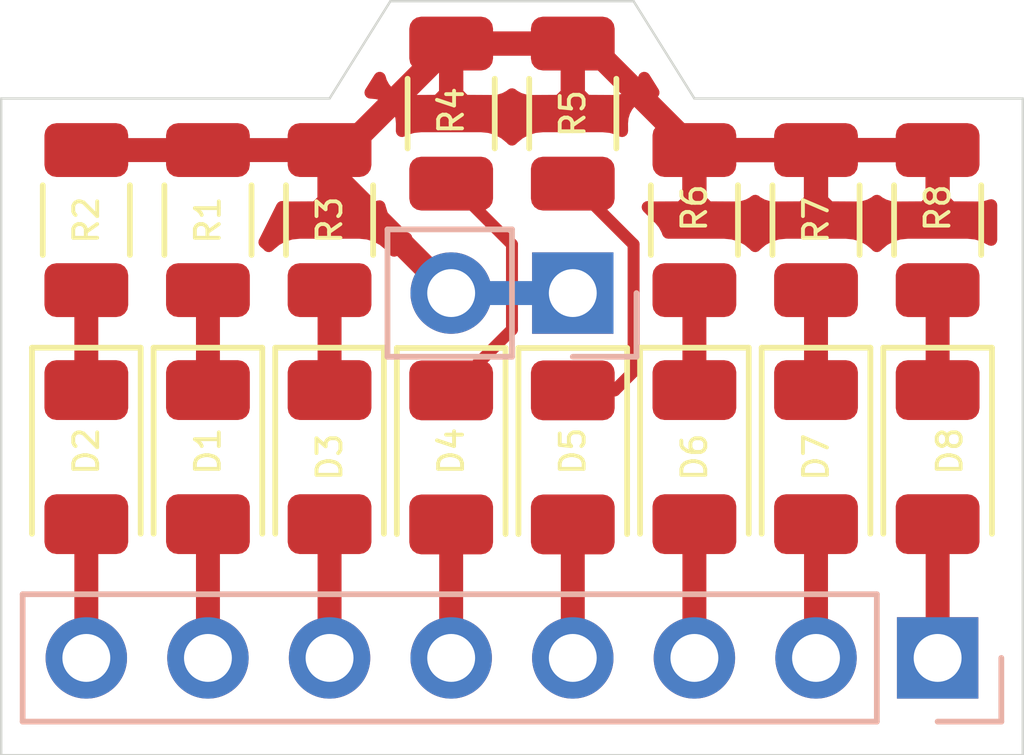
<source format=kicad_pcb>
(kicad_pcb (version 20171130) (host pcbnew "(5.1.10-1-10_14)")

  (general
    (thickness 1.6)
    (drawings 9)
    (tracks 32)
    (zones 0)
    (modules 18)
    (nets 18)
  )

  (page A4)
  (layers
    (0 F.Cu signal)
    (31 B.Cu signal)
    (32 B.Adhes user)
    (33 F.Adhes user)
    (34 B.Paste user)
    (35 F.Paste user)
    (36 B.SilkS user)
    (37 F.SilkS user)
    (38 B.Mask user)
    (39 F.Mask user)
    (40 Dwgs.User user)
    (41 Cmts.User user)
    (42 Eco1.User user)
    (43 Eco2.User user)
    (44 Edge.Cuts user)
    (45 Margin user)
    (46 B.CrtYd user)
    (47 F.CrtYd user)
    (48 B.Fab user)
    (49 F.Fab user hide)
  )

  (setup
    (last_trace_width 0.5)
    (user_trace_width 0.5)
    (trace_clearance 0.2)
    (zone_clearance 0.508)
    (zone_45_only no)
    (trace_min 0.2)
    (via_size 0.8)
    (via_drill 0.4)
    (via_min_size 0.4)
    (via_min_drill 0.3)
    (uvia_size 0.3)
    (uvia_drill 0.1)
    (uvias_allowed no)
    (uvia_min_size 0.2)
    (uvia_min_drill 0.1)
    (edge_width 0.05)
    (segment_width 0.2)
    (pcb_text_width 0.3)
    (pcb_text_size 1.5 1.5)
    (mod_edge_width 0.12)
    (mod_text_size 1 1)
    (mod_text_width 0.15)
    (pad_size 1.524 1.524)
    (pad_drill 0.762)
    (pad_to_mask_clearance 0)
    (aux_axis_origin 0 0)
    (visible_elements FFFFFF7F)
    (pcbplotparams
      (layerselection 0x010fc_ffffffff)
      (usegerberextensions false)
      (usegerberattributes true)
      (usegerberadvancedattributes true)
      (creategerberjobfile true)
      (excludeedgelayer true)
      (linewidth 0.100000)
      (plotframeref false)
      (viasonmask false)
      (mode 1)
      (useauxorigin false)
      (hpglpennumber 1)
      (hpglpenspeed 20)
      (hpglpendiameter 15.000000)
      (psnegative false)
      (psa4output false)
      (plotreference true)
      (plotvalue true)
      (plotinvisibletext false)
      (padsonsilk false)
      (subtractmaskfromsilk false)
      (outputformat 1)
      (mirror false)
      (drillshape 0)
      (scaleselection 1)
      (outputdirectory "gerber"))
  )

  (net 0 "")
  (net 1 "Net-(D1-Pad2)")
  (net 2 "Net-(D1-Pad1)")
  (net 3 "Net-(D2-Pad2)")
  (net 4 "Net-(D2-Pad1)")
  (net 5 "Net-(D3-Pad2)")
  (net 6 "Net-(D3-Pad1)")
  (net 7 "Net-(D4-Pad2)")
  (net 8 "Net-(D4-Pad1)")
  (net 9 "Net-(D5-Pad2)")
  (net 10 "Net-(D5-Pad1)")
  (net 11 "Net-(D6-Pad2)")
  (net 12 "Net-(D6-Pad1)")
  (net 13 "Net-(D7-Pad2)")
  (net 14 "Net-(D7-Pad1)")
  (net 15 "Net-(D8-Pad2)")
  (net 16 "Net-(D8-Pad1)")
  (net 17 GND)

  (net_class Default "This is the default net class."
    (clearance 0.2)
    (trace_width 0.25)
    (via_dia 0.8)
    (via_drill 0.4)
    (uvia_dia 0.3)
    (uvia_drill 0.1)
    (add_net GND)
    (add_net "Net-(D1-Pad1)")
    (add_net "Net-(D1-Pad2)")
    (add_net "Net-(D2-Pad1)")
    (add_net "Net-(D2-Pad2)")
    (add_net "Net-(D3-Pad1)")
    (add_net "Net-(D3-Pad2)")
    (add_net "Net-(D4-Pad1)")
    (add_net "Net-(D4-Pad2)")
    (add_net "Net-(D5-Pad1)")
    (add_net "Net-(D5-Pad2)")
    (add_net "Net-(D6-Pad1)")
    (add_net "Net-(D6-Pad2)")
    (add_net "Net-(D7-Pad1)")
    (add_net "Net-(D7-Pad2)")
    (add_net "Net-(D8-Pad1)")
    (add_net "Net-(D8-Pad2)")
  )

  (module Connector_PinHeader_2.54mm:PinHeader_1x02_P2.54mm_Vertical (layer B.Cu) (tedit 59FED5CC) (tstamp 613F53F5)
    (at 174.752 81.28 90)
    (descr "Through hole straight pin header, 1x02, 2.54mm pitch, single row")
    (tags "Through hole pin header THT 1x02 2.54mm single row")
    (path /61D1BC5D)
    (fp_text reference J2 (at 0 2.33 -90) (layer B.SilkS) hide
      (effects (font (size 0.5 0.5) (thickness 0.08)) (justify mirror))
    )
    (fp_text value Conn_01x02_Male (at 0 -4.87 -90) (layer B.Fab) hide
      (effects (font (size 0.5 0.5) (thickness 0.08)) (justify mirror))
    )
    (fp_line (start 1.8 1.8) (end -1.8 1.8) (layer B.CrtYd) (width 0.05))
    (fp_line (start 1.8 -4.35) (end 1.8 1.8) (layer B.CrtYd) (width 0.05))
    (fp_line (start -1.8 -4.35) (end 1.8 -4.35) (layer B.CrtYd) (width 0.05))
    (fp_line (start -1.8 1.8) (end -1.8 -4.35) (layer B.CrtYd) (width 0.05))
    (fp_line (start -1.33 1.33) (end 0 1.33) (layer B.SilkS) (width 0.12))
    (fp_line (start -1.33 0) (end -1.33 1.33) (layer B.SilkS) (width 0.12))
    (fp_line (start -1.33 -1.27) (end 1.33 -1.27) (layer B.SilkS) (width 0.12))
    (fp_line (start 1.33 -1.27) (end 1.33 -3.87) (layer B.SilkS) (width 0.12))
    (fp_line (start -1.33 -1.27) (end -1.33 -3.87) (layer B.SilkS) (width 0.12))
    (fp_line (start -1.33 -3.87) (end 1.33 -3.87) (layer B.SilkS) (width 0.12))
    (fp_line (start -1.27 0.635) (end -0.635 1.27) (layer B.Fab) (width 0.1))
    (fp_line (start -1.27 -3.81) (end -1.27 0.635) (layer B.Fab) (width 0.1))
    (fp_line (start 1.27 -3.81) (end -1.27 -3.81) (layer B.Fab) (width 0.1))
    (fp_line (start 1.27 1.27) (end 1.27 -3.81) (layer B.Fab) (width 0.1))
    (fp_line (start -0.635 1.27) (end 1.27 1.27) (layer B.Fab) (width 0.1))
    (fp_text user %R (at 0 -1.27) (layer B.Fab) hide
      (effects (font (size 0.5 0.5) (thickness 0.08)) (justify mirror))
    )
    (pad 2 thru_hole oval (at 0 -2.54 90) (size 1.7 1.7) (drill 1) (layers *.Cu *.Mask)
      (net 17 GND))
    (pad 1 thru_hole rect (at 0 0 90) (size 1.7 1.7) (drill 1) (layers *.Cu *.Mask)
      (net 17 GND))
    (model ${KISYS3DMOD}/Connector_PinHeader_2.54mm.3dshapes/PinHeader_1x02_P2.54mm_Vertical.wrl
      (at (xyz 0 0 0))
      (scale (xyz 1 1 1))
      (rotate (xyz 0 0 0))
    )
  )

  (module Resistor_SMD:R_1206_3216Metric (layer F.Cu) (tedit 5F68FEEE) (tstamp 613BEA00)
    (at 164.592 79.756 90)
    (descr "Resistor SMD 1206 (3216 Metric), square (rectangular) end terminal, IPC_7351 nominal, (Body size source: IPC-SM-782 page 72, https://www.pcb-3d.com/wordpress/wp-content/uploads/ipc-sm-782a_amendment_1_and_2.pdf), generated with kicad-footprint-generator")
    (tags resistor)
    (path /61D0922E)
    (attr smd)
    (fp_text reference R2 (at 0 0 90) (layer F.SilkS)
      (effects (font (size 0.5 0.5) (thickness 0.08)))
    )
    (fp_text value 0402WGF1001TCE (at 0 1.82 90) (layer F.Fab)
      (effects (font (size 0.5 0.5) (thickness 0.08)))
    )
    (fp_text user %R (at 0 0 90) (layer F.Fab)
      (effects (font (size 0.5 0.5) (thickness 0.08)))
    )
    (fp_line (start -1.6 0.8) (end -1.6 -0.8) (layer F.Fab) (width 0.1))
    (fp_line (start -1.6 -0.8) (end 1.6 -0.8) (layer F.Fab) (width 0.1))
    (fp_line (start 1.6 -0.8) (end 1.6 0.8) (layer F.Fab) (width 0.1))
    (fp_line (start 1.6 0.8) (end -1.6 0.8) (layer F.Fab) (width 0.1))
    (fp_line (start -0.727064 -0.91) (end 0.727064 -0.91) (layer F.SilkS) (width 0.12))
    (fp_line (start -0.727064 0.91) (end 0.727064 0.91) (layer F.SilkS) (width 0.12))
    (fp_line (start -2.28 1.12) (end -2.28 -1.12) (layer F.CrtYd) (width 0.05))
    (fp_line (start -2.28 -1.12) (end 2.28 -1.12) (layer F.CrtYd) (width 0.05))
    (fp_line (start 2.28 -1.12) (end 2.28 1.12) (layer F.CrtYd) (width 0.05))
    (fp_line (start 2.28 1.12) (end -2.28 1.12) (layer F.CrtYd) (width 0.05))
    (pad 2 smd roundrect (at 1.4625 0 90) (size 1.125 1.75) (layers F.Cu F.Paste F.Mask) (roundrect_rratio 0.2222213333333333)
      (net 17 GND))
    (pad 1 smd roundrect (at -1.4625 0 90) (size 1.125 1.75) (layers F.Cu F.Paste F.Mask) (roundrect_rratio 0.2222213333333333)
      (net 4 "Net-(D2-Pad1)"))
    (model ${KISYS3DMOD}/Resistor_SMD.3dshapes/R_1206_3216Metric.wrl
      (at (xyz 0 0 0))
      (scale (xyz 1 1 1))
      (rotate (xyz 0 0 0))
    )
  )

  (module LED_SMD:LED_1206_3216Metric (layer F.Cu) (tedit 5F68FEF1) (tstamp 613BE897)
    (at 164.592 84.706 270)
    (descr "LED SMD 1206 (3216 Metric), square (rectangular) end terminal, IPC_7351 nominal, (Body size source: http://www.tortai-tech.com/upload/download/2011102023233369053.pdf), generated with kicad-footprint-generator")
    (tags LED)
    (path /61D09221)
    (attr smd)
    (fp_text reference D2 (at -0.124 0 90) (layer F.SilkS)
      (effects (font (size 0.5 0.5) (thickness 0.08)))
    )
    (fp_text value 19-217/GHC-YR1S2/3T (at 0 1.82 90) (layer F.Fab)
      (effects (font (size 0.5 0.5) (thickness 0.08)))
    )
    (fp_text user %R (at 0 0 90) (layer F.Fab)
      (effects (font (size 0.5 0.5) (thickness 0.08)))
    )
    (fp_line (start 1.6 -0.8) (end -1.2 -0.8) (layer F.Fab) (width 0.1))
    (fp_line (start -1.2 -0.8) (end -1.6 -0.4) (layer F.Fab) (width 0.1))
    (fp_line (start -1.6 -0.4) (end -1.6 0.8) (layer F.Fab) (width 0.1))
    (fp_line (start -1.6 0.8) (end 1.6 0.8) (layer F.Fab) (width 0.1))
    (fp_line (start 1.6 0.8) (end 1.6 -0.8) (layer F.Fab) (width 0.1))
    (fp_line (start 1.6 -1.135) (end -2.285 -1.135) (layer F.SilkS) (width 0.12))
    (fp_line (start -2.285 -1.135) (end -2.285 1.135) (layer F.SilkS) (width 0.12))
    (fp_line (start -2.285 1.135) (end 1.6 1.135) (layer F.SilkS) (width 0.12))
    (fp_line (start -2.28 1.12) (end -2.28 -1.12) (layer F.CrtYd) (width 0.05))
    (fp_line (start -2.28 -1.12) (end 2.28 -1.12) (layer F.CrtYd) (width 0.05))
    (fp_line (start 2.28 -1.12) (end 2.28 1.12) (layer F.CrtYd) (width 0.05))
    (fp_line (start 2.28 1.12) (end -2.28 1.12) (layer F.CrtYd) (width 0.05))
    (pad 2 smd roundrect (at 1.4 0 270) (size 1.25 1.75) (layers F.Cu F.Paste F.Mask) (roundrect_rratio 0.2)
      (net 3 "Net-(D2-Pad2)"))
    (pad 1 smd roundrect (at -1.4 0 270) (size 1.25 1.75) (layers F.Cu F.Paste F.Mask) (roundrect_rratio 0.2)
      (net 4 "Net-(D2-Pad1)"))
    (model ${KISYS3DMOD}/LED_SMD.3dshapes/LED_1206_3216Metric.wrl
      (at (xyz 0 0 0))
      (scale (xyz 1 1 1))
      (rotate (xyz 0 0 0))
    )
  )

  (module Resistor_SMD:R_1206_3216Metric (layer F.Cu) (tedit 5F68FEEE) (tstamp 613BDFFF)
    (at 182.372 79.756 90)
    (descr "Resistor SMD 1206 (3216 Metric), square (rectangular) end terminal, IPC_7351 nominal, (Body size source: IPC-SM-782 page 72, https://www.pcb-3d.com/wordpress/wp-content/uploads/ipc-sm-782a_amendment_1_and_2.pdf), generated with kicad-footprint-generator")
    (tags resistor)
    (path /613C8ECC)
    (attr smd)
    (fp_text reference R8 (at 0.254 0 90) (layer F.SilkS)
      (effects (font (size 0.5 0.5) (thickness 0.08)))
    )
    (fp_text value 0402WGF1001TCE (at 0 1.82 90) (layer F.Fab)
      (effects (font (size 0.5 0.5) (thickness 0.08)))
    )
    (fp_text user %R (at 0 0 90) (layer F.Fab)
      (effects (font (size 0.5 0.5) (thickness 0.08)))
    )
    (fp_line (start -1.6 0.8) (end -1.6 -0.8) (layer F.Fab) (width 0.1))
    (fp_line (start -1.6 -0.8) (end 1.6 -0.8) (layer F.Fab) (width 0.1))
    (fp_line (start 1.6 -0.8) (end 1.6 0.8) (layer F.Fab) (width 0.1))
    (fp_line (start 1.6 0.8) (end -1.6 0.8) (layer F.Fab) (width 0.1))
    (fp_line (start -0.727064 -0.91) (end 0.727064 -0.91) (layer F.SilkS) (width 0.12))
    (fp_line (start -0.727064 0.91) (end 0.727064 0.91) (layer F.SilkS) (width 0.12))
    (fp_line (start -2.28 1.12) (end -2.28 -1.12) (layer F.CrtYd) (width 0.05))
    (fp_line (start -2.28 -1.12) (end 2.28 -1.12) (layer F.CrtYd) (width 0.05))
    (fp_line (start 2.28 -1.12) (end 2.28 1.12) (layer F.CrtYd) (width 0.05))
    (fp_line (start 2.28 1.12) (end -2.28 1.12) (layer F.CrtYd) (width 0.05))
    (pad 2 smd roundrect (at 1.4625 0 90) (size 1.125 1.75) (layers F.Cu F.Paste F.Mask) (roundrect_rratio 0.2222213333333333)
      (net 17 GND))
    (pad 1 smd roundrect (at -1.4625 0 90) (size 1.125 1.75) (layers F.Cu F.Paste F.Mask) (roundrect_rratio 0.2222213333333333)
      (net 16 "Net-(D8-Pad1)"))
    (model ${KISYS3DMOD}/Resistor_SMD.3dshapes/R_1206_3216Metric.wrl
      (at (xyz 0 0 0))
      (scale (xyz 1 1 1))
      (rotate (xyz 0 0 0))
    )
  )

  (module Resistor_SMD:R_1206_3216Metric (layer F.Cu) (tedit 5F68FEEE) (tstamp 613BDFEE)
    (at 179.832 79.756 90)
    (descr "Resistor SMD 1206 (3216 Metric), square (rectangular) end terminal, IPC_7351 nominal, (Body size source: IPC-SM-782 page 72, https://www.pcb-3d.com/wordpress/wp-content/uploads/ipc-sm-782a_amendment_1_and_2.pdf), generated with kicad-footprint-generator")
    (tags resistor)
    (path /613C8CBD)
    (attr smd)
    (fp_text reference R7 (at 0 0 90) (layer F.SilkS)
      (effects (font (size 0.5 0.5) (thickness 0.08)))
    )
    (fp_text value 0402WGF1001TCE (at 0 1.82 90) (layer F.Fab)
      (effects (font (size 0.5 0.5) (thickness 0.08)))
    )
    (fp_text user %R (at 0 0 90) (layer F.Fab)
      (effects (font (size 0.5 0.5) (thickness 0.08)))
    )
    (fp_line (start -1.6 0.8) (end -1.6 -0.8) (layer F.Fab) (width 0.1))
    (fp_line (start -1.6 -0.8) (end 1.6 -0.8) (layer F.Fab) (width 0.1))
    (fp_line (start 1.6 -0.8) (end 1.6 0.8) (layer F.Fab) (width 0.1))
    (fp_line (start 1.6 0.8) (end -1.6 0.8) (layer F.Fab) (width 0.1))
    (fp_line (start -0.727064 -0.91) (end 0.727064 -0.91) (layer F.SilkS) (width 0.12))
    (fp_line (start -0.727064 0.91) (end 0.727064 0.91) (layer F.SilkS) (width 0.12))
    (fp_line (start -2.28 1.12) (end -2.28 -1.12) (layer F.CrtYd) (width 0.05))
    (fp_line (start -2.28 -1.12) (end 2.28 -1.12) (layer F.CrtYd) (width 0.05))
    (fp_line (start 2.28 -1.12) (end 2.28 1.12) (layer F.CrtYd) (width 0.05))
    (fp_line (start 2.28 1.12) (end -2.28 1.12) (layer F.CrtYd) (width 0.05))
    (pad 2 smd roundrect (at 1.4625 0 90) (size 1.125 1.75) (layers F.Cu F.Paste F.Mask) (roundrect_rratio 0.2222213333333333)
      (net 17 GND))
    (pad 1 smd roundrect (at -1.4625 0 90) (size 1.125 1.75) (layers F.Cu F.Paste F.Mask) (roundrect_rratio 0.2222213333333333)
      (net 14 "Net-(D7-Pad1)"))
    (model ${KISYS3DMOD}/Resistor_SMD.3dshapes/R_1206_3216Metric.wrl
      (at (xyz 0 0 0))
      (scale (xyz 1 1 1))
      (rotate (xyz 0 0 0))
    )
  )

  (module Resistor_SMD:R_1206_3216Metric (layer F.Cu) (tedit 5F68FEEE) (tstamp 613BDFDD)
    (at 177.292 79.756 90)
    (descr "Resistor SMD 1206 (3216 Metric), square (rectangular) end terminal, IPC_7351 nominal, (Body size source: IPC-SM-782 page 72, https://www.pcb-3d.com/wordpress/wp-content/uploads/ipc-sm-782a_amendment_1_and_2.pdf), generated with kicad-footprint-generator")
    (tags resistor)
    (path /613C8AB6)
    (attr smd)
    (fp_text reference R6 (at 0.254 0 90) (layer F.SilkS)
      (effects (font (size 0.5 0.5) (thickness 0.08)))
    )
    (fp_text value 0402WGF1001TCE (at 0 1.82 90) (layer F.Fab)
      (effects (font (size 0.5 0.5) (thickness 0.08)))
    )
    (fp_text user %R (at 0 0 90) (layer F.Fab)
      (effects (font (size 0.5 0.5) (thickness 0.08)))
    )
    (fp_line (start -1.6 0.8) (end -1.6 -0.8) (layer F.Fab) (width 0.1))
    (fp_line (start -1.6 -0.8) (end 1.6 -0.8) (layer F.Fab) (width 0.1))
    (fp_line (start 1.6 -0.8) (end 1.6 0.8) (layer F.Fab) (width 0.1))
    (fp_line (start 1.6 0.8) (end -1.6 0.8) (layer F.Fab) (width 0.1))
    (fp_line (start -0.727064 -0.91) (end 0.727064 -0.91) (layer F.SilkS) (width 0.12))
    (fp_line (start -0.727064 0.91) (end 0.727064 0.91) (layer F.SilkS) (width 0.12))
    (fp_line (start -2.28 1.12) (end -2.28 -1.12) (layer F.CrtYd) (width 0.05))
    (fp_line (start -2.28 -1.12) (end 2.28 -1.12) (layer F.CrtYd) (width 0.05))
    (fp_line (start 2.28 -1.12) (end 2.28 1.12) (layer F.CrtYd) (width 0.05))
    (fp_line (start 2.28 1.12) (end -2.28 1.12) (layer F.CrtYd) (width 0.05))
    (pad 2 smd roundrect (at 1.4625 0 90) (size 1.125 1.75) (layers F.Cu F.Paste F.Mask) (roundrect_rratio 0.2222213333333333)
      (net 17 GND))
    (pad 1 smd roundrect (at -1.4625 0 90) (size 1.125 1.75) (layers F.Cu F.Paste F.Mask) (roundrect_rratio 0.2222213333333333)
      (net 12 "Net-(D6-Pad1)"))
    (model ${KISYS3DMOD}/Resistor_SMD.3dshapes/R_1206_3216Metric.wrl
      (at (xyz 0 0 0))
      (scale (xyz 1 1 1))
      (rotate (xyz 0 0 0))
    )
  )

  (module Resistor_SMD:R_1206_3216Metric (layer F.Cu) (tedit 5F68FEEE) (tstamp 613BEEAE)
    (at 174.752 77.5315 90)
    (descr "Resistor SMD 1206 (3216 Metric), square (rectangular) end terminal, IPC_7351 nominal, (Body size source: IPC-SM-782 page 72, https://www.pcb-3d.com/wordpress/wp-content/uploads/ipc-sm-782a_amendment_1_and_2.pdf), generated with kicad-footprint-generator")
    (tags resistor)
    (path /613C8837)
    (attr smd)
    (fp_text reference R5 (at 0 0 90) (layer F.SilkS)
      (effects (font (size 0.5 0.5) (thickness 0.08)))
    )
    (fp_text value 0402WGF1001TCE (at 0 1.82 90) (layer F.Fab)
      (effects (font (size 0.5 0.5) (thickness 0.08)))
    )
    (fp_text user %R (at 0 0 90) (layer F.Fab)
      (effects (font (size 0.5 0.5) (thickness 0.08)))
    )
    (fp_line (start -1.6 0.8) (end -1.6 -0.8) (layer F.Fab) (width 0.1))
    (fp_line (start -1.6 -0.8) (end 1.6 -0.8) (layer F.Fab) (width 0.1))
    (fp_line (start 1.6 -0.8) (end 1.6 0.8) (layer F.Fab) (width 0.1))
    (fp_line (start 1.6 0.8) (end -1.6 0.8) (layer F.Fab) (width 0.1))
    (fp_line (start -0.727064 -0.91) (end 0.727064 -0.91) (layer F.SilkS) (width 0.12))
    (fp_line (start -0.727064 0.91) (end 0.727064 0.91) (layer F.SilkS) (width 0.12))
    (fp_line (start -2.28 1.12) (end -2.28 -1.12) (layer F.CrtYd) (width 0.05))
    (fp_line (start -2.28 -1.12) (end 2.28 -1.12) (layer F.CrtYd) (width 0.05))
    (fp_line (start 2.28 -1.12) (end 2.28 1.12) (layer F.CrtYd) (width 0.05))
    (fp_line (start 2.28 1.12) (end -2.28 1.12) (layer F.CrtYd) (width 0.05))
    (pad 2 smd roundrect (at 1.4625 0 90) (size 1.125 1.75) (layers F.Cu F.Paste F.Mask) (roundrect_rratio 0.2222213333333333)
      (net 17 GND))
    (pad 1 smd roundrect (at -1.4625 0 90) (size 1.125 1.75) (layers F.Cu F.Paste F.Mask) (roundrect_rratio 0.2222213333333333)
      (net 10 "Net-(D5-Pad1)"))
    (model ${KISYS3DMOD}/Resistor_SMD.3dshapes/R_1206_3216Metric.wrl
      (at (xyz 0 0 0))
      (scale (xyz 1 1 1))
      (rotate (xyz 0 0 0))
    )
  )

  (module Resistor_SMD:R_1206_3216Metric (layer F.Cu) (tedit 5F68FEEE) (tstamp 613BDFBB)
    (at 172.212 77.5315 90)
    (descr "Resistor SMD 1206 (3216 Metric), square (rectangular) end terminal, IPC_7351 nominal, (Body size source: IPC-SM-782 page 72, https://www.pcb-3d.com/wordpress/wp-content/uploads/ipc-sm-782a_amendment_1_and_2.pdf), generated with kicad-footprint-generator")
    (tags resistor)
    (path /613C8580)
    (attr smd)
    (fp_text reference R4 (at 0.0615 0 90) (layer F.SilkS)
      (effects (font (size 0.5 0.5) (thickness 0.08)))
    )
    (fp_text value 0402WGF1001TCE (at 0 1.82 90) (layer F.Fab)
      (effects (font (size 0.5 0.5) (thickness 0.08)))
    )
    (fp_text user %R (at 0 0 90) (layer F.Fab)
      (effects (font (size 0.5 0.5) (thickness 0.08)))
    )
    (fp_line (start -1.6 0.8) (end -1.6 -0.8) (layer F.Fab) (width 0.1))
    (fp_line (start -1.6 -0.8) (end 1.6 -0.8) (layer F.Fab) (width 0.1))
    (fp_line (start 1.6 -0.8) (end 1.6 0.8) (layer F.Fab) (width 0.1))
    (fp_line (start 1.6 0.8) (end -1.6 0.8) (layer F.Fab) (width 0.1))
    (fp_line (start -0.727064 -0.91) (end 0.727064 -0.91) (layer F.SilkS) (width 0.12))
    (fp_line (start -0.727064 0.91) (end 0.727064 0.91) (layer F.SilkS) (width 0.12))
    (fp_line (start -2.28 1.12) (end -2.28 -1.12) (layer F.CrtYd) (width 0.05))
    (fp_line (start -2.28 -1.12) (end 2.28 -1.12) (layer F.CrtYd) (width 0.05))
    (fp_line (start 2.28 -1.12) (end 2.28 1.12) (layer F.CrtYd) (width 0.05))
    (fp_line (start 2.28 1.12) (end -2.28 1.12) (layer F.CrtYd) (width 0.05))
    (pad 2 smd roundrect (at 1.4625 0 90) (size 1.125 1.75) (layers F.Cu F.Paste F.Mask) (roundrect_rratio 0.2222213333333333)
      (net 17 GND))
    (pad 1 smd roundrect (at -1.4625 0 90) (size 1.125 1.75) (layers F.Cu F.Paste F.Mask) (roundrect_rratio 0.2222213333333333)
      (net 8 "Net-(D4-Pad1)"))
    (model ${KISYS3DMOD}/Resistor_SMD.3dshapes/R_1206_3216Metric.wrl
      (at (xyz 0 0 0))
      (scale (xyz 1 1 1))
      (rotate (xyz 0 0 0))
    )
  )

  (module Resistor_SMD:R_1206_3216Metric (layer F.Cu) (tedit 5F68FEEE) (tstamp 613BDFAA)
    (at 169.672 79.756 90)
    (descr "Resistor SMD 1206 (3216 Metric), square (rectangular) end terminal, IPC_7351 nominal, (Body size source: IPC-SM-782 page 72, https://www.pcb-3d.com/wordpress/wp-content/uploads/ipc-sm-782a_amendment_1_and_2.pdf), generated with kicad-footprint-generator")
    (tags resistor)
    (path /613C8361)
    (attr smd)
    (fp_text reference R3 (at 0 0 90) (layer F.SilkS)
      (effects (font (size 0.5 0.5) (thickness 0.08)))
    )
    (fp_text value 0402WGF1001TCE (at 0 1.82 90) (layer F.Fab)
      (effects (font (size 0.5 0.5) (thickness 0.08)))
    )
    (fp_text user %R (at 0 0 90) (layer F.Fab)
      (effects (font (size 0.5 0.5) (thickness 0.08)))
    )
    (fp_line (start -1.6 0.8) (end -1.6 -0.8) (layer F.Fab) (width 0.1))
    (fp_line (start -1.6 -0.8) (end 1.6 -0.8) (layer F.Fab) (width 0.1))
    (fp_line (start 1.6 -0.8) (end 1.6 0.8) (layer F.Fab) (width 0.1))
    (fp_line (start 1.6 0.8) (end -1.6 0.8) (layer F.Fab) (width 0.1))
    (fp_line (start -0.727064 -0.91) (end 0.727064 -0.91) (layer F.SilkS) (width 0.12))
    (fp_line (start -0.727064 0.91) (end 0.727064 0.91) (layer F.SilkS) (width 0.12))
    (fp_line (start -2.28 1.12) (end -2.28 -1.12) (layer F.CrtYd) (width 0.05))
    (fp_line (start -2.28 -1.12) (end 2.28 -1.12) (layer F.CrtYd) (width 0.05))
    (fp_line (start 2.28 -1.12) (end 2.28 1.12) (layer F.CrtYd) (width 0.05))
    (fp_line (start 2.28 1.12) (end -2.28 1.12) (layer F.CrtYd) (width 0.05))
    (pad 2 smd roundrect (at 1.4625 0 90) (size 1.125 1.75) (layers F.Cu F.Paste F.Mask) (roundrect_rratio 0.2222213333333333)
      (net 17 GND))
    (pad 1 smd roundrect (at -1.4625 0 90) (size 1.125 1.75) (layers F.Cu F.Paste F.Mask) (roundrect_rratio 0.2222213333333333)
      (net 6 "Net-(D3-Pad1)"))
    (model ${KISYS3DMOD}/Resistor_SMD.3dshapes/R_1206_3216Metric.wrl
      (at (xyz 0 0 0))
      (scale (xyz 1 1 1))
      (rotate (xyz 0 0 0))
    )
  )

  (module Resistor_SMD:R_1206_3216Metric (layer F.Cu) (tedit 5F68FEEE) (tstamp 613BDF89)
    (at 167.132 79.756 90)
    (descr "Resistor SMD 1206 (3216 Metric), square (rectangular) end terminal, IPC_7351 nominal, (Body size source: IPC-SM-782 page 72, https://www.pcb-3d.com/wordpress/wp-content/uploads/ipc-sm-782a_amendment_1_and_2.pdf), generated with kicad-footprint-generator")
    (tags resistor)
    (path /613C810A)
    (attr smd)
    (fp_text reference R1 (at 0 0 90) (layer F.SilkS)
      (effects (font (size 0.5 0.5) (thickness 0.08)))
    )
    (fp_text value 0402WGF1001TCE (at 0 1.82 90) (layer F.Fab)
      (effects (font (size 0.5 0.5) (thickness 0.08)))
    )
    (fp_text user %R (at 0 0 90) (layer F.Fab)
      (effects (font (size 0.5 0.5) (thickness 0.08)))
    )
    (fp_line (start -1.6 0.8) (end -1.6 -0.8) (layer F.Fab) (width 0.1))
    (fp_line (start -1.6 -0.8) (end 1.6 -0.8) (layer F.Fab) (width 0.1))
    (fp_line (start 1.6 -0.8) (end 1.6 0.8) (layer F.Fab) (width 0.1))
    (fp_line (start 1.6 0.8) (end -1.6 0.8) (layer F.Fab) (width 0.1))
    (fp_line (start -0.727064 -0.91) (end 0.727064 -0.91) (layer F.SilkS) (width 0.12))
    (fp_line (start -0.727064 0.91) (end 0.727064 0.91) (layer F.SilkS) (width 0.12))
    (fp_line (start -2.28 1.12) (end -2.28 -1.12) (layer F.CrtYd) (width 0.05))
    (fp_line (start -2.28 -1.12) (end 2.28 -1.12) (layer F.CrtYd) (width 0.05))
    (fp_line (start 2.28 -1.12) (end 2.28 1.12) (layer F.CrtYd) (width 0.05))
    (fp_line (start 2.28 1.12) (end -2.28 1.12) (layer F.CrtYd) (width 0.05))
    (pad 2 smd roundrect (at 1.4625 0 90) (size 1.125 1.75) (layers F.Cu F.Paste F.Mask) (roundrect_rratio 0.2222213333333333)
      (net 17 GND))
    (pad 1 smd roundrect (at -1.4625 0 90) (size 1.125 1.75) (layers F.Cu F.Paste F.Mask) (roundrect_rratio 0.2222213333333333)
      (net 2 "Net-(D1-Pad1)"))
    (model ${KISYS3DMOD}/Resistor_SMD.3dshapes/R_1206_3216Metric.wrl
      (at (xyz 0 0 0))
      (scale (xyz 1 1 1))
      (rotate (xyz 0 0 0))
    )
  )

  (module LED_SMD:LED_1206_3216Metric (layer F.Cu) (tedit 5F68FEF1) (tstamp 613BDF18)
    (at 182.372 84.706 270)
    (descr "LED SMD 1206 (3216 Metric), square (rectangular) end terminal, IPC_7351 nominal, (Body size source: http://www.tortai-tech.com/upload/download/2011102023233369053.pdf), generated with kicad-footprint-generator")
    (tags LED)
    (path /613C77F3)
    (attr smd)
    (fp_text reference D8 (at -0.124 -0.254 90) (layer F.SilkS)
      (effects (font (size 0.5 0.5) (thickness 0.08)))
    )
    (fp_text value 19-217/GHC-YR1S2/3T (at 0 1.82 90) (layer F.Fab)
      (effects (font (size 0.5 0.5) (thickness 0.08)))
    )
    (fp_text user %R (at 0 0 90) (layer F.Fab)
      (effects (font (size 0.5 0.5) (thickness 0.08)))
    )
    (fp_line (start 1.6 -0.8) (end -1.2 -0.8) (layer F.Fab) (width 0.1))
    (fp_line (start -1.2 -0.8) (end -1.6 -0.4) (layer F.Fab) (width 0.1))
    (fp_line (start -1.6 -0.4) (end -1.6 0.8) (layer F.Fab) (width 0.1))
    (fp_line (start -1.6 0.8) (end 1.6 0.8) (layer F.Fab) (width 0.1))
    (fp_line (start 1.6 0.8) (end 1.6 -0.8) (layer F.Fab) (width 0.1))
    (fp_line (start 1.6 -1.135) (end -2.285 -1.135) (layer F.SilkS) (width 0.12))
    (fp_line (start -2.285 -1.135) (end -2.285 1.135) (layer F.SilkS) (width 0.12))
    (fp_line (start -2.285 1.135) (end 1.6 1.135) (layer F.SilkS) (width 0.12))
    (fp_line (start -2.28 1.12) (end -2.28 -1.12) (layer F.CrtYd) (width 0.05))
    (fp_line (start -2.28 -1.12) (end 2.28 -1.12) (layer F.CrtYd) (width 0.05))
    (fp_line (start 2.28 -1.12) (end 2.28 1.12) (layer F.CrtYd) (width 0.05))
    (fp_line (start 2.28 1.12) (end -2.28 1.12) (layer F.CrtYd) (width 0.05))
    (pad 2 smd roundrect (at 1.4 0 270) (size 1.25 1.75) (layers F.Cu F.Paste F.Mask) (roundrect_rratio 0.2)
      (net 15 "Net-(D8-Pad2)"))
    (pad 1 smd roundrect (at -1.4 0 270) (size 1.25 1.75) (layers F.Cu F.Paste F.Mask) (roundrect_rratio 0.2)
      (net 16 "Net-(D8-Pad1)"))
    (model ${KISYS3DMOD}/LED_SMD.3dshapes/LED_1206_3216Metric.wrl
      (at (xyz 0 0 0))
      (scale (xyz 1 1 1))
      (rotate (xyz 0 0 0))
    )
  )

  (module LED_SMD:LED_1206_3216Metric (layer F.Cu) (tedit 5F68FEF1) (tstamp 613BDF05)
    (at 179.832 84.706 270)
    (descr "LED SMD 1206 (3216 Metric), square (rectangular) end terminal, IPC_7351 nominal, (Body size source: http://www.tortai-tech.com/upload/download/2011102023233369053.pdf), generated with kicad-footprint-generator")
    (tags LED)
    (path /613C754E)
    (attr smd)
    (fp_text reference D7 (at 0 0 90) (layer F.SilkS)
      (effects (font (size 0.5 0.5) (thickness 0.08)))
    )
    (fp_text value 19-217/GHC-YR1S2/3T (at 0 1.82 90) (layer F.Fab)
      (effects (font (size 0.5 0.5) (thickness 0.08)))
    )
    (fp_text user %R (at 0 0 90) (layer F.Fab)
      (effects (font (size 0.5 0.5) (thickness 0.08)))
    )
    (fp_line (start 1.6 -0.8) (end -1.2 -0.8) (layer F.Fab) (width 0.1))
    (fp_line (start -1.2 -0.8) (end -1.6 -0.4) (layer F.Fab) (width 0.1))
    (fp_line (start -1.6 -0.4) (end -1.6 0.8) (layer F.Fab) (width 0.1))
    (fp_line (start -1.6 0.8) (end 1.6 0.8) (layer F.Fab) (width 0.1))
    (fp_line (start 1.6 0.8) (end 1.6 -0.8) (layer F.Fab) (width 0.1))
    (fp_line (start 1.6 -1.135) (end -2.285 -1.135) (layer F.SilkS) (width 0.12))
    (fp_line (start -2.285 -1.135) (end -2.285 1.135) (layer F.SilkS) (width 0.12))
    (fp_line (start -2.285 1.135) (end 1.6 1.135) (layer F.SilkS) (width 0.12))
    (fp_line (start -2.28 1.12) (end -2.28 -1.12) (layer F.CrtYd) (width 0.05))
    (fp_line (start -2.28 -1.12) (end 2.28 -1.12) (layer F.CrtYd) (width 0.05))
    (fp_line (start 2.28 -1.12) (end 2.28 1.12) (layer F.CrtYd) (width 0.05))
    (fp_line (start 2.28 1.12) (end -2.28 1.12) (layer F.CrtYd) (width 0.05))
    (pad 2 smd roundrect (at 1.4 0 270) (size 1.25 1.75) (layers F.Cu F.Paste F.Mask) (roundrect_rratio 0.2)
      (net 13 "Net-(D7-Pad2)"))
    (pad 1 smd roundrect (at -1.4 0 270) (size 1.25 1.75) (layers F.Cu F.Paste F.Mask) (roundrect_rratio 0.2)
      (net 14 "Net-(D7-Pad1)"))
    (model ${KISYS3DMOD}/LED_SMD.3dshapes/LED_1206_3216Metric.wrl
      (at (xyz 0 0 0))
      (scale (xyz 1 1 1))
      (rotate (xyz 0 0 0))
    )
  )

  (module LED_SMD:LED_1206_3216Metric (layer F.Cu) (tedit 5F68FEF1) (tstamp 613BDEF2)
    (at 177.292 84.706 270)
    (descr "LED SMD 1206 (3216 Metric), square (rectangular) end terminal, IPC_7351 nominal, (Body size source: http://www.tortai-tech.com/upload/download/2011102023233369053.pdf), generated with kicad-footprint-generator")
    (tags LED)
    (path /613C72B9)
    (attr smd)
    (fp_text reference D6 (at 0 0 90) (layer F.SilkS)
      (effects (font (size 0.5 0.5) (thickness 0.08)))
    )
    (fp_text value 19-217/GHC-YR1S2/3T (at 0 1.82 90) (layer F.Fab)
      (effects (font (size 0.5 0.5) (thickness 0.08)))
    )
    (fp_text user %R (at 0 0 90) (layer F.Fab)
      (effects (font (size 0.5 0.5) (thickness 0.08)))
    )
    (fp_line (start 1.6 -0.8) (end -1.2 -0.8) (layer F.Fab) (width 0.1))
    (fp_line (start -1.2 -0.8) (end -1.6 -0.4) (layer F.Fab) (width 0.1))
    (fp_line (start -1.6 -0.4) (end -1.6 0.8) (layer F.Fab) (width 0.1))
    (fp_line (start -1.6 0.8) (end 1.6 0.8) (layer F.Fab) (width 0.1))
    (fp_line (start 1.6 0.8) (end 1.6 -0.8) (layer F.Fab) (width 0.1))
    (fp_line (start 1.6 -1.135) (end -2.285 -1.135) (layer F.SilkS) (width 0.12))
    (fp_line (start -2.285 -1.135) (end -2.285 1.135) (layer F.SilkS) (width 0.12))
    (fp_line (start -2.285 1.135) (end 1.6 1.135) (layer F.SilkS) (width 0.12))
    (fp_line (start -2.28 1.12) (end -2.28 -1.12) (layer F.CrtYd) (width 0.05))
    (fp_line (start -2.28 -1.12) (end 2.28 -1.12) (layer F.CrtYd) (width 0.05))
    (fp_line (start 2.28 -1.12) (end 2.28 1.12) (layer F.CrtYd) (width 0.05))
    (fp_line (start 2.28 1.12) (end -2.28 1.12) (layer F.CrtYd) (width 0.05))
    (pad 2 smd roundrect (at 1.4 0 270) (size 1.25 1.75) (layers F.Cu F.Paste F.Mask) (roundrect_rratio 0.2)
      (net 11 "Net-(D6-Pad2)"))
    (pad 1 smd roundrect (at -1.4 0 270) (size 1.25 1.75) (layers F.Cu F.Paste F.Mask) (roundrect_rratio 0.2)
      (net 12 "Net-(D6-Pad1)"))
    (model ${KISYS3DMOD}/LED_SMD.3dshapes/LED_1206_3216Metric.wrl
      (at (xyz 0 0 0))
      (scale (xyz 1 1 1))
      (rotate (xyz 0 0 0))
    )
  )

  (module LED_SMD:LED_1206_3216Metric (layer F.Cu) (tedit 5F68FEF1) (tstamp 613BDEDF)
    (at 174.752 84.712 270)
    (descr "LED SMD 1206 (3216 Metric), square (rectangular) end terminal, IPC_7351 nominal, (Body size source: http://www.tortai-tech.com/upload/download/2011102023233369053.pdf), generated with kicad-footprint-generator")
    (tags LED)
    (path /613C701C)
    (attr smd)
    (fp_text reference D5 (at -0.13 0 90) (layer F.SilkS)
      (effects (font (size 0.5 0.5) (thickness 0.08)))
    )
    (fp_text value 19-217/GHC-YR1S2/3T (at 0 1.82 90) (layer F.Fab)
      (effects (font (size 0.5 0.5) (thickness 0.08)))
    )
    (fp_text user %R (at 0 0 90) (layer F.Fab)
      (effects (font (size 0.5 0.5) (thickness 0.08)))
    )
    (fp_line (start 1.6 -0.8) (end -1.2 -0.8) (layer F.Fab) (width 0.1))
    (fp_line (start -1.2 -0.8) (end -1.6 -0.4) (layer F.Fab) (width 0.1))
    (fp_line (start -1.6 -0.4) (end -1.6 0.8) (layer F.Fab) (width 0.1))
    (fp_line (start -1.6 0.8) (end 1.6 0.8) (layer F.Fab) (width 0.1))
    (fp_line (start 1.6 0.8) (end 1.6 -0.8) (layer F.Fab) (width 0.1))
    (fp_line (start 1.6 -1.135) (end -2.285 -1.135) (layer F.SilkS) (width 0.12))
    (fp_line (start -2.285 -1.135) (end -2.285 1.135) (layer F.SilkS) (width 0.12))
    (fp_line (start -2.285 1.135) (end 1.6 1.135) (layer F.SilkS) (width 0.12))
    (fp_line (start -2.28 1.12) (end -2.28 -1.12) (layer F.CrtYd) (width 0.05))
    (fp_line (start -2.28 -1.12) (end 2.28 -1.12) (layer F.CrtYd) (width 0.05))
    (fp_line (start 2.28 -1.12) (end 2.28 1.12) (layer F.CrtYd) (width 0.05))
    (fp_line (start 2.28 1.12) (end -2.28 1.12) (layer F.CrtYd) (width 0.05))
    (pad 2 smd roundrect (at 1.4 0 270) (size 1.25 1.75) (layers F.Cu F.Paste F.Mask) (roundrect_rratio 0.2)
      (net 9 "Net-(D5-Pad2)"))
    (pad 1 smd roundrect (at -1.4 0 270) (size 1.25 1.75) (layers F.Cu F.Paste F.Mask) (roundrect_rratio 0.2)
      (net 10 "Net-(D5-Pad1)"))
    (model ${KISYS3DMOD}/LED_SMD.3dshapes/LED_1206_3216Metric.wrl
      (at (xyz 0 0 0))
      (scale (xyz 1 1 1))
      (rotate (xyz 0 0 0))
    )
  )

  (module LED_SMD:LED_1206_3216Metric (layer F.Cu) (tedit 5F68FEF1) (tstamp 613BDECC)
    (at 172.212 84.712 270)
    (descr "LED SMD 1206 (3216 Metric), square (rectangular) end terminal, IPC_7351 nominal, (Body size source: http://www.tortai-tech.com/upload/download/2011102023233369053.pdf), generated with kicad-footprint-generator")
    (tags LED)
    (path /613C6C67)
    (attr smd)
    (fp_text reference D4 (at -0.13 0 90) (layer F.SilkS)
      (effects (font (size 0.5 0.5) (thickness 0.08)))
    )
    (fp_text value 19-217/GHC-YR1S2/3T (at 0 1.82 90) (layer F.Fab)
      (effects (font (size 0.5 0.5) (thickness 0.08)))
    )
    (fp_text user %R (at 0 0 90) (layer F.Fab)
      (effects (font (size 0.5 0.5) (thickness 0.08)))
    )
    (fp_line (start 1.6 -0.8) (end -1.2 -0.8) (layer F.Fab) (width 0.1))
    (fp_line (start -1.2 -0.8) (end -1.6 -0.4) (layer F.Fab) (width 0.1))
    (fp_line (start -1.6 -0.4) (end -1.6 0.8) (layer F.Fab) (width 0.1))
    (fp_line (start -1.6 0.8) (end 1.6 0.8) (layer F.Fab) (width 0.1))
    (fp_line (start 1.6 0.8) (end 1.6 -0.8) (layer F.Fab) (width 0.1))
    (fp_line (start 1.6 -1.135) (end -2.285 -1.135) (layer F.SilkS) (width 0.12))
    (fp_line (start -2.285 -1.135) (end -2.285 1.135) (layer F.SilkS) (width 0.12))
    (fp_line (start -2.285 1.135) (end 1.6 1.135) (layer F.SilkS) (width 0.12))
    (fp_line (start -2.28 1.12) (end -2.28 -1.12) (layer F.CrtYd) (width 0.05))
    (fp_line (start -2.28 -1.12) (end 2.28 -1.12) (layer F.CrtYd) (width 0.05))
    (fp_line (start 2.28 -1.12) (end 2.28 1.12) (layer F.CrtYd) (width 0.05))
    (fp_line (start 2.28 1.12) (end -2.28 1.12) (layer F.CrtYd) (width 0.05))
    (pad 2 smd roundrect (at 1.4 0 270) (size 1.25 1.75) (layers F.Cu F.Paste F.Mask) (roundrect_rratio 0.2)
      (net 7 "Net-(D4-Pad2)"))
    (pad 1 smd roundrect (at -1.4 0 270) (size 1.25 1.75) (layers F.Cu F.Paste F.Mask) (roundrect_rratio 0.2)
      (net 8 "Net-(D4-Pad1)"))
    (model ${KISYS3DMOD}/LED_SMD.3dshapes/LED_1206_3216Metric.wrl
      (at (xyz 0 0 0))
      (scale (xyz 1 1 1))
      (rotate (xyz 0 0 0))
    )
  )

  (module LED_SMD:LED_1206_3216Metric (layer F.Cu) (tedit 5F68FEF1) (tstamp 613BDEB9)
    (at 169.672 84.706 270)
    (descr "LED SMD 1206 (3216 Metric), square (rectangular) end terminal, IPC_7351 nominal, (Body size source: http://www.tortai-tech.com/upload/download/2011102023233369053.pdf), generated with kicad-footprint-generator")
    (tags LED)
    (path /613C691A)
    (attr smd)
    (fp_text reference D3 (at 0 0 90) (layer F.SilkS)
      (effects (font (size 0.5 0.5) (thickness 0.08)))
    )
    (fp_text value 19-217/GHC-YR1S2/3T (at 0 1.82 90) (layer F.Fab)
      (effects (font (size 0.5 0.5) (thickness 0.08)))
    )
    (fp_text user %R (at 0 0 90) (layer F.Fab)
      (effects (font (size 0.5 0.5) (thickness 0.08)))
    )
    (fp_line (start 1.6 -0.8) (end -1.2 -0.8) (layer F.Fab) (width 0.1))
    (fp_line (start -1.2 -0.8) (end -1.6 -0.4) (layer F.Fab) (width 0.1))
    (fp_line (start -1.6 -0.4) (end -1.6 0.8) (layer F.Fab) (width 0.1))
    (fp_line (start -1.6 0.8) (end 1.6 0.8) (layer F.Fab) (width 0.1))
    (fp_line (start 1.6 0.8) (end 1.6 -0.8) (layer F.Fab) (width 0.1))
    (fp_line (start 1.6 -1.135) (end -2.285 -1.135) (layer F.SilkS) (width 0.12))
    (fp_line (start -2.285 -1.135) (end -2.285 1.135) (layer F.SilkS) (width 0.12))
    (fp_line (start -2.285 1.135) (end 1.6 1.135) (layer F.SilkS) (width 0.12))
    (fp_line (start -2.28 1.12) (end -2.28 -1.12) (layer F.CrtYd) (width 0.05))
    (fp_line (start -2.28 -1.12) (end 2.28 -1.12) (layer F.CrtYd) (width 0.05))
    (fp_line (start 2.28 -1.12) (end 2.28 1.12) (layer F.CrtYd) (width 0.05))
    (fp_line (start 2.28 1.12) (end -2.28 1.12) (layer F.CrtYd) (width 0.05))
    (pad 2 smd roundrect (at 1.4 0 270) (size 1.25 1.75) (layers F.Cu F.Paste F.Mask) (roundrect_rratio 0.2)
      (net 5 "Net-(D3-Pad2)"))
    (pad 1 smd roundrect (at -1.4 0 270) (size 1.25 1.75) (layers F.Cu F.Paste F.Mask) (roundrect_rratio 0.2)
      (net 6 "Net-(D3-Pad1)"))
    (model ${KISYS3DMOD}/LED_SMD.3dshapes/LED_1206_3216Metric.wrl
      (at (xyz 0 0 0))
      (scale (xyz 1 1 1))
      (rotate (xyz 0 0 0))
    )
  )

  (module LED_SMD:LED_1206_3216Metric (layer F.Cu) (tedit 5F68FEF1) (tstamp 613BF4F8)
    (at 167.132 84.706 270)
    (descr "LED SMD 1206 (3216 Metric), square (rectangular) end terminal, IPC_7351 nominal, (Body size source: http://www.tortai-tech.com/upload/download/2011102023233369053.pdf), generated with kicad-footprint-generator")
    (tags LED)
    (path /613C6589)
    (attr smd)
    (fp_text reference D1 (at -0.124 0 90) (layer F.SilkS)
      (effects (font (size 0.5 0.5) (thickness 0.08)))
    )
    (fp_text value 19-217/GHC-YR1S2/3T (at 0 1.82 90) (layer F.Fab)
      (effects (font (size 0.5 0.5) (thickness 0.08)))
    )
    (fp_text user %R (at 0 0 90) (layer F.Fab)
      (effects (font (size 0.5 0.5) (thickness 0.08)))
    )
    (fp_line (start 1.6 -0.8) (end -1.2 -0.8) (layer F.Fab) (width 0.1))
    (fp_line (start -1.2 -0.8) (end -1.6 -0.4) (layer F.Fab) (width 0.1))
    (fp_line (start -1.6 -0.4) (end -1.6 0.8) (layer F.Fab) (width 0.1))
    (fp_line (start -1.6 0.8) (end 1.6 0.8) (layer F.Fab) (width 0.1))
    (fp_line (start 1.6 0.8) (end 1.6 -0.8) (layer F.Fab) (width 0.1))
    (fp_line (start 1.6 -1.135) (end -2.285 -1.135) (layer F.SilkS) (width 0.12))
    (fp_line (start -2.285 -1.135) (end -2.285 1.135) (layer F.SilkS) (width 0.12))
    (fp_line (start -2.285 1.135) (end 1.6 1.135) (layer F.SilkS) (width 0.12))
    (fp_line (start -2.28 1.12) (end -2.28 -1.12) (layer F.CrtYd) (width 0.05))
    (fp_line (start -2.28 -1.12) (end 2.28 -1.12) (layer F.CrtYd) (width 0.05))
    (fp_line (start 2.28 -1.12) (end 2.28 1.12) (layer F.CrtYd) (width 0.05))
    (fp_line (start 2.28 1.12) (end -2.28 1.12) (layer F.CrtYd) (width 0.05))
    (pad 2 smd roundrect (at 1.4 0 270) (size 1.25 1.75) (layers F.Cu F.Paste F.Mask) (roundrect_rratio 0.2)
      (net 1 "Net-(D1-Pad2)"))
    (pad 1 smd roundrect (at -1.4 0 270) (size 1.25 1.75) (layers F.Cu F.Paste F.Mask) (roundrect_rratio 0.2)
      (net 2 "Net-(D1-Pad1)"))
    (model ${KISYS3DMOD}/LED_SMD.3dshapes/LED_1206_3216Metric.wrl
      (at (xyz 0 0 0))
      (scale (xyz 1 1 1))
      (rotate (xyz 0 0 0))
    )
  )

  (module Connector_PinHeader_2.54mm:PinHeader_1x08_P2.54mm_Vertical (layer B.Cu) (tedit 59FED5CC) (tstamp 613F43A1)
    (at 182.372 88.9 90)
    (descr "Through hole straight pin header, 1x08, 2.54mm pitch, single row")
    (tags "Through hole pin header THT 1x08 2.54mm single row")
    (path /61D0D7E8)
    (fp_text reference J1 (at 0 2.33 90) (layer B.SilkS) hide
      (effects (font (size 0.5 0.5) (thickness 0.08)) (justify mirror))
    )
    (fp_text value Conn_01x08_Male (at 0 -20.11 90) (layer B.Fab) hide
      (effects (font (size 0.5 0.5) (thickness 0.08)) (justify mirror))
    )
    (fp_line (start 1.8 1.8) (end -1.8 1.8) (layer B.CrtYd) (width 0.05))
    (fp_line (start 1.8 -19.55) (end 1.8 1.8) (layer B.CrtYd) (width 0.05))
    (fp_line (start -1.8 -19.55) (end 1.8 -19.55) (layer B.CrtYd) (width 0.05))
    (fp_line (start -1.8 1.8) (end -1.8 -19.55) (layer B.CrtYd) (width 0.05))
    (fp_line (start -1.33 1.33) (end 0 1.33) (layer B.SilkS) (width 0.12))
    (fp_line (start -1.33 0) (end -1.33 1.33) (layer B.SilkS) (width 0.12))
    (fp_line (start -1.33 -1.27) (end 1.33 -1.27) (layer B.SilkS) (width 0.12))
    (fp_line (start 1.33 -1.27) (end 1.33 -19.11) (layer B.SilkS) (width 0.12))
    (fp_line (start -1.33 -1.27) (end -1.33 -19.11) (layer B.SilkS) (width 0.12))
    (fp_line (start -1.33 -19.11) (end 1.33 -19.11) (layer B.SilkS) (width 0.12))
    (fp_line (start -1.27 0.635) (end -0.635 1.27) (layer B.Fab) (width 0.1))
    (fp_line (start -1.27 -19.05) (end -1.27 0.635) (layer B.Fab) (width 0.1))
    (fp_line (start 1.27 -19.05) (end -1.27 -19.05) (layer B.Fab) (width 0.1))
    (fp_line (start 1.27 1.27) (end 1.27 -19.05) (layer B.Fab) (width 0.1))
    (fp_line (start -0.635 1.27) (end 1.27 1.27) (layer B.Fab) (width 0.1))
    (fp_text user %R (at 0 -8.89 180) (layer B.Fab)
      (effects (font (size 0.5 0.5) (thickness 0.08)) (justify mirror))
    )
    (pad 8 thru_hole oval (at 0 -17.78 90) (size 1.7 1.7) (drill 1) (layers *.Cu *.Mask)
      (net 3 "Net-(D2-Pad2)"))
    (pad 7 thru_hole oval (at 0 -15.24 90) (size 1.7 1.7) (drill 1) (layers *.Cu *.Mask)
      (net 1 "Net-(D1-Pad2)"))
    (pad 6 thru_hole oval (at 0 -12.7 90) (size 1.7 1.7) (drill 1) (layers *.Cu *.Mask)
      (net 5 "Net-(D3-Pad2)"))
    (pad 5 thru_hole oval (at 0 -10.16 90) (size 1.7 1.7) (drill 1) (layers *.Cu *.Mask)
      (net 7 "Net-(D4-Pad2)"))
    (pad 4 thru_hole oval (at 0 -7.62 90) (size 1.7 1.7) (drill 1) (layers *.Cu *.Mask)
      (net 9 "Net-(D5-Pad2)"))
    (pad 3 thru_hole oval (at 0 -5.08 90) (size 1.7 1.7) (drill 1) (layers *.Cu *.Mask)
      (net 11 "Net-(D6-Pad2)"))
    (pad 2 thru_hole oval (at 0 -2.54 90) (size 1.7 1.7) (drill 1) (layers *.Cu *.Mask)
      (net 13 "Net-(D7-Pad2)"))
    (pad 1 thru_hole rect (at 0 0 90) (size 1.7 1.7) (drill 1) (layers *.Cu *.Mask)
      (net 15 "Net-(D8-Pad2)"))
    (model ${KISYS3DMOD}/Connector_PinHeader_2.54mm.3dshapes/PinHeader_1x08_P2.54mm_Vertical.wrl
      (at (xyz 0 0 0))
      (scale (xyz 1 1 1))
      (rotate (xyz 0 0 0))
    )
  )

  (gr_line (start 169.672 77.216) (end 162.814 77.216) (layer Edge.Cuts) (width 0.05) (tstamp 613BEFDB))
  (gr_line (start 170.942 75.184) (end 169.672 77.216) (layer Edge.Cuts) (width 0.05))
  (gr_line (start 176.022 75.184) (end 170.942 75.184) (layer Edge.Cuts) (width 0.05))
  (gr_line (start 177.292 77.216) (end 176.022 75.184) (layer Edge.Cuts) (width 0.05))
  (gr_line (start 184.15 77.216) (end 177.292 77.216) (layer Edge.Cuts) (width 0.05))
  (gr_line (start 184.15 77.216) (end 184.15 87.122) (layer Edge.Cuts) (width 0.05) (tstamp 613BED9E))
  (gr_line (start 162.814 90.932) (end 162.814 77.216) (layer Edge.Cuts) (width 0.05))
  (gr_line (start 184.15 90.932) (end 162.814 90.932) (layer Edge.Cuts) (width 0.05))
  (gr_line (start 184.15 90.932) (end 184.15 87.122) (layer Edge.Cuts) (width 0.05))

  (segment (start 167.132 86.106) (end 167.132 88.9) (width 0.5) (layer F.Cu) (net 1))
  (segment (start 167.132 81.2185) (end 167.132 83.306) (width 0.5) (layer F.Cu) (net 2))
  (segment (start 164.592 88.9) (end 164.592 86.106) (width 0.5) (layer F.Cu) (net 3))
  (segment (start 164.592 81.2185) (end 164.592 83.306) (width 0.5) (layer F.Cu) (net 4))
  (segment (start 169.672 88.9) (end 169.672 86.106) (width 0.5) (layer F.Cu) (net 5))
  (segment (start 169.672 83.306) (end 169.672 81.2185) (width 0.5) (layer F.Cu) (net 6))
  (segment (start 172.212 86.112) (end 172.212 88.9) (width 0.5) (layer F.Cu) (net 7))
  (segment (start 172.212 78.994) (end 171.958 78.994) (width 0.5) (layer F.Cu) (net 8))
  (segment (start 172.212 78.994) (end 173.482 80.264) (width 0.25) (layer F.Cu) (net 8))
  (segment (start 173.482 82.042) (end 172.212 83.312) (width 0.25) (layer F.Cu) (net 8))
  (segment (start 173.482 80.264) (end 173.482 82.042) (width 0.25) (layer F.Cu) (net 8))
  (segment (start 174.752 88.9) (end 174.752 86.112) (width 0.5) (layer F.Cu) (net 9))
  (segment (start 175.627 83.312) (end 174.752 83.312) (width 0.25) (layer F.Cu) (net 10))
  (segment (start 176.022 80.264) (end 176.022 82.917) (width 0.25) (layer F.Cu) (net 10))
  (segment (start 176.022 82.917) (end 175.627 83.312) (width 0.25) (layer F.Cu) (net 10))
  (segment (start 174.752 78.994) (end 176.022 80.264) (width 0.25) (layer F.Cu) (net 10))
  (segment (start 177.292 86.106) (end 177.292 88.9) (width 0.5) (layer F.Cu) (net 11))
  (segment (start 177.292 81.2185) (end 177.292 83.306) (width 0.5) (layer F.Cu) (net 12))
  (segment (start 179.832 88.9) (end 179.832 86.106) (width 0.5) (layer F.Cu) (net 13))
  (segment (start 179.832 83.306) (end 179.832 81.2185) (width 0.5) (layer F.Cu) (net 14))
  (segment (start 182.372 86.106) (end 182.372 88.9) (width 0.5) (layer F.Cu) (net 15))
  (segment (start 182.372 81.2185) (end 182.372 83.306) (width 0.5) (layer F.Cu) (net 16))
  (segment (start 164.592 78.2935) (end 169.672 78.2935) (width 0.5) (layer F.Cu) (net 17))
  (segment (start 169.9875 78.2935) (end 172.212 76.069) (width 0.5) (layer F.Cu) (net 17))
  (segment (start 169.672 78.2935) (end 169.9875 78.2935) (width 0.5) (layer F.Cu) (net 17))
  (segment (start 172.212 76.069) (end 174.752 76.069) (width 0.5) (layer F.Cu) (net 17))
  (segment (start 175.0675 76.069) (end 177.292 78.2935) (width 0.5) (layer F.Cu) (net 17))
  (segment (start 174.752 76.069) (end 175.0675 76.069) (width 0.5) (layer F.Cu) (net 17))
  (segment (start 177.292 78.2935) (end 182.372 78.2935) (width 0.5) (layer F.Cu) (net 17))
  (segment (start 169.672 78.74) (end 172.212 81.28) (width 0.5) (layer F.Cu) (net 17))
  (segment (start 169.672 78.2935) (end 169.672 78.74) (width 0.5) (layer F.Cu) (net 17))
  (segment (start 172.212 81.28) (end 174.752 81.28) (width 0.5) (layer B.Cu) (net 17))

  (zone (net 17) (net_name GND) (layer F.Cu) (tstamp 613BF8E4) (hatch edge 0.508)
    (connect_pads (clearance 0.508))
    (min_thickness 0.254)
    (fill yes (arc_segments 32) (thermal_gap 0.508) (thermal_bridge_width 0.508))
    (polygon
      (pts
        (xy 177.292 77.216) (xy 184.15 77.216) (xy 184.15 90.932) (xy 162.814 90.932) (xy 169.672 77.216)
        (xy 170.942 75.184) (xy 176.022 75.184)
      )
    )
    (filled_polygon
      (pts
        (xy 174.879 81.153) (xy 174.899 81.153) (xy 174.899 81.407) (xy 174.879 81.407) (xy 174.879 81.427)
        (xy 174.625 81.427) (xy 174.625 81.407) (xy 174.605 81.407) (xy 174.605 81.153) (xy 174.625 81.153)
        (xy 174.625 81.133) (xy 174.879 81.133)
      )
    )
    (filled_polygon
      (pts
        (xy 172.339 81.153) (xy 172.359 81.153) (xy 172.359 81.407) (xy 172.339 81.407) (xy 172.339 81.427)
        (xy 172.085 81.427) (xy 172.085 81.407) (xy 172.065 81.407) (xy 172.065 81.153) (xy 172.085 81.153)
        (xy 172.085 81.133) (xy 172.339 81.133)
      )
    )
    (filled_polygon
      (pts
        (xy 169.799 78.1665) (xy 169.819 78.1665) (xy 169.819 78.4205) (xy 169.799 78.4205) (xy 169.799 79.33225)
        (xy 169.95775 79.491) (xy 170.547 79.494072) (xy 170.671482 79.481812) (xy 170.714897 79.468642) (xy 170.715992 79.479755)
        (xy 170.766528 79.646351) (xy 170.848595 79.799887) (xy 170.959038 79.934462) (xy 171.093613 80.044905) (xy 171.247149 80.126972)
        (xy 171.274809 80.135363) (xy 171.211731 80.182412) (xy 171.020549 80.394511) (xy 170.924962 80.278038) (xy 170.790387 80.167595)
        (xy 170.636851 80.085528) (xy 170.470255 80.034992) (xy 170.297001 80.017928) (xy 169.046999 80.017928) (xy 168.873745 80.034992)
        (xy 168.707149 80.085528) (xy 168.553613 80.167595) (xy 168.419038 80.278038) (xy 168.402 80.298799) (xy 168.384962 80.278038)
        (xy 168.312645 80.218689) (xy 168.680682 79.482616) (xy 168.797 79.494072) (xy 169.38625 79.491) (xy 169.545 79.33225)
        (xy 169.545 78.4205) (xy 169.525 78.4205) (xy 169.525 78.1665) (xy 169.545 78.1665) (xy 169.545 78.1465)
        (xy 169.799 78.1465)
      )
    )
    (filled_polygon
      (pts
        (xy 177.419 78.1665) (xy 179.705 78.1665) (xy 179.705 78.1465) (xy 179.959 78.1465) (xy 179.959 78.1665)
        (xy 182.245 78.1665) (xy 182.245 78.1465) (xy 182.499 78.1465) (xy 182.499 78.1665) (xy 182.519 78.1665)
        (xy 182.519 78.4205) (xy 182.499 78.4205) (xy 182.499 79.33225) (xy 182.65775 79.491) (xy 183.247 79.494072)
        (xy 183.371482 79.481812) (xy 183.49 79.44586) (xy 183.49 80.167388) (xy 183.336851 80.085528) (xy 183.170255 80.034992)
        (xy 182.997001 80.017928) (xy 181.746999 80.017928) (xy 181.573745 80.034992) (xy 181.407149 80.085528) (xy 181.253613 80.167595)
        (xy 181.119038 80.278038) (xy 181.102 80.298799) (xy 181.084962 80.278038) (xy 180.950387 80.167595) (xy 180.796851 80.085528)
        (xy 180.630255 80.034992) (xy 180.457001 80.017928) (xy 179.206999 80.017928) (xy 179.033745 80.034992) (xy 178.867149 80.085528)
        (xy 178.713613 80.167595) (xy 178.579038 80.278038) (xy 178.562 80.298799) (xy 178.544962 80.278038) (xy 178.410387 80.167595)
        (xy 178.256851 80.085528) (xy 178.090255 80.034992) (xy 177.917001 80.017928) (xy 176.741553 80.017928) (xy 176.727546 79.971753)
        (xy 176.656974 79.839724) (xy 176.562001 79.723999) (xy 176.533004 79.700202) (xy 176.317028 79.484226) (xy 176.417 79.494072)
        (xy 177.00625 79.491) (xy 177.165 79.33225) (xy 177.165 78.4205) (xy 177.419 78.4205) (xy 177.419 79.33225)
        (xy 177.57775 79.491) (xy 178.167 79.494072) (xy 178.291482 79.481812) (xy 178.41118 79.445502) (xy 178.521494 79.386537)
        (xy 178.562 79.353295) (xy 178.602506 79.386537) (xy 178.71282 79.445502) (xy 178.832518 79.481812) (xy 178.957 79.494072)
        (xy 179.54625 79.491) (xy 179.705 79.33225) (xy 179.705 78.4205) (xy 179.959 78.4205) (xy 179.959 79.33225)
        (xy 180.11775 79.491) (xy 180.707 79.494072) (xy 180.831482 79.481812) (xy 180.95118 79.445502) (xy 181.061494 79.386537)
        (xy 181.102 79.353295) (xy 181.142506 79.386537) (xy 181.25282 79.445502) (xy 181.372518 79.481812) (xy 181.497 79.494072)
        (xy 182.08625 79.491) (xy 182.245 79.33225) (xy 182.245 78.4205) (xy 179.959 78.4205) (xy 179.705 78.4205)
        (xy 177.419 78.4205) (xy 177.165 78.4205) (xy 177.145 78.4205) (xy 177.145 78.1665) (xy 177.165 78.1665)
        (xy 177.165 78.1465) (xy 177.419 78.1465)
      )
    )
    (filled_polygon
      (pts
        (xy 172.339 75.942) (xy 174.625 75.942) (xy 174.625 75.922) (xy 174.879 75.922) (xy 174.879 75.942)
        (xy 174.899 75.942) (xy 174.899 76.196) (xy 174.879 76.196) (xy 174.879 77.10775) (xy 175.03775 77.2665)
        (xy 175.627 77.269572) (xy 175.751482 77.257312) (xy 175.87118 77.221002) (xy 175.981494 77.162037) (xy 176.078185 77.082685)
        (xy 176.157537 76.985994) (xy 176.216502 76.87568) (xy 176.244112 76.784663) (xy 176.436842 77.093031) (xy 176.417 77.092928)
        (xy 176.292518 77.105188) (xy 176.17282 77.141498) (xy 176.062506 77.200463) (xy 175.965815 77.279815) (xy 175.886463 77.376506)
        (xy 175.827498 77.48682) (xy 175.791188 77.606518) (xy 175.778928 77.731) (xy 175.78075 77.895183) (xy 175.716851 77.861028)
        (xy 175.550255 77.810492) (xy 175.377001 77.793428) (xy 174.126999 77.793428) (xy 173.953745 77.810492) (xy 173.787149 77.861028)
        (xy 173.633613 77.943095) (xy 173.499038 78.053538) (xy 173.482 78.074299) (xy 173.464962 78.053538) (xy 173.330387 77.943095)
        (xy 173.176851 77.861028) (xy 173.010255 77.810492) (xy 172.837001 77.793428) (xy 171.586999 77.793428) (xy 171.413745 77.810492)
        (xy 171.247149 77.861028) (xy 171.18325 77.895183) (xy 171.185072 77.731) (xy 171.172812 77.606518) (xy 171.136502 77.48682)
        (xy 171.077537 77.376506) (xy 170.998185 77.279815) (xy 170.901494 77.200463) (xy 170.79118 77.141498) (xy 170.671482 77.105188)
        (xy 170.547 77.092928) (xy 170.527158 77.093031) (xy 170.719888 76.784663) (xy 170.747498 76.87568) (xy 170.806463 76.985994)
        (xy 170.885815 77.082685) (xy 170.982506 77.162037) (xy 171.09282 77.221002) (xy 171.212518 77.257312) (xy 171.337 77.269572)
        (xy 171.92625 77.2665) (xy 172.085 77.10775) (xy 172.085 76.196) (xy 172.339 76.196) (xy 172.339 77.10775)
        (xy 172.49775 77.2665) (xy 173.087 77.269572) (xy 173.211482 77.257312) (xy 173.33118 77.221002) (xy 173.441494 77.162037)
        (xy 173.482 77.128795) (xy 173.522506 77.162037) (xy 173.63282 77.221002) (xy 173.752518 77.257312) (xy 173.877 77.269572)
        (xy 174.46625 77.2665) (xy 174.625 77.10775) (xy 174.625 76.196) (xy 172.339 76.196) (xy 172.085 76.196)
        (xy 172.065 76.196) (xy 172.065 75.942) (xy 172.085 75.942) (xy 172.085 75.922) (xy 172.339 75.922)
      )
    )
  )
)

</source>
